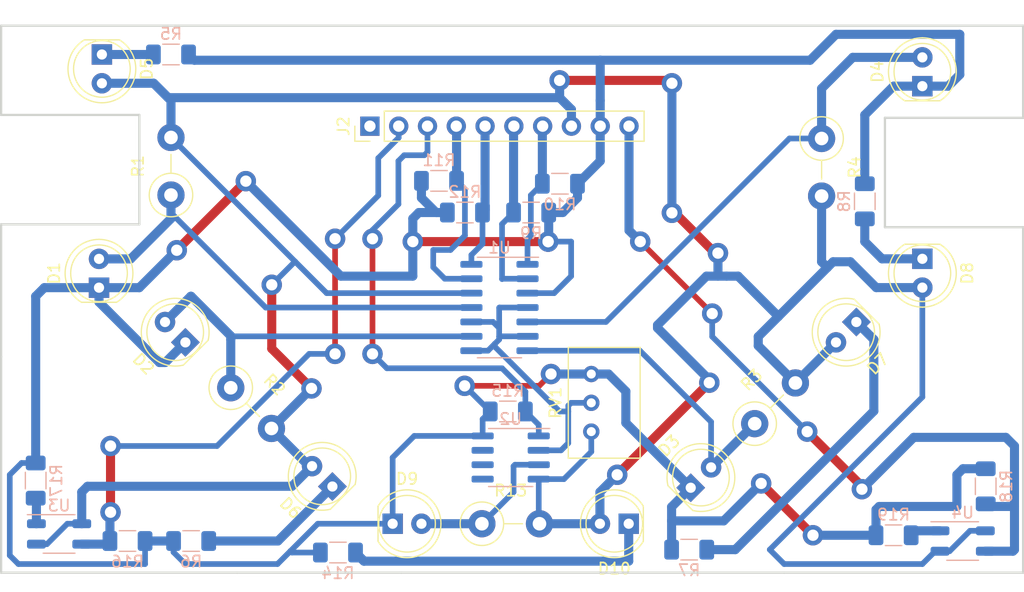
<source format=kicad_pcb>
(kicad_pcb (version 20221018) (generator pcbnew)
  (layers (0 "F.Cu" signal) (31 "B.Cu" signal) (34 "B.Paste" user) (35 "F.Paste" user) (36 "B.SilkS" user "B.Silkscreen") (37 "F.SilkS" user "F.Silkscreen") (38 "B.Mask" user) (39 "F.Mask" user) (44 "Edge.Cuts" user))
  (net 0 "")
  (net 1 "+5V")
  (net 2 "/D4")
  (net 3 "/D3")
  (net 4 "/D2")
  (net 5 "/D1")
  (net 6 "Net-(D5-K)")
  (net 7 "GND")
  (net 8 "Net-(D6-K)")
  (net 9 "Net-(D7-K)")
  (net 10 "Net-(D8-K)")
  (net 11 "/D5")
  (net 12 "Net-(D10-K)")
  (net 13 "/SIGNAL2")
  (net 14 "/SIGNAL1")
  (net 15 "Net-(J2-Pin_3)")
  (net 16 "Net-(J2-Pin_4)")
  (net 17 "Net-(J2-Pin_5)")
  (net 18 "Net-(J2-Pin_6)")
  (net 19 "Net-(J2-Pin_7)")
  (net 20 "Net-(U3-A)")
  (net 21 "Net-(U4-A)")
  (net 22 "Net-(U1A--)")
  (footprint "LED_THT:LED_D5.0mm" (layer "F.Cu") (at 157.48 30.48 90)
    (fp_text reference "D4" (at 1.27 -3.96 90) (layer "F.SilkS"))
    (fp_text value "IR RECEIVER")
    (pad "1" thru_hole rect (at 0 0 90) (size 1.8 1.8) (drill 0.9) (layers "*.Cu" "*.Mask") (net 1 "+5V"))
    (pad "2" thru_hole circle (at 2.54 0 90) (size 1.8 1.8) (drill 0.9) (layers "*.Cu" "*.Mask") (net 5 "/D1"))
  )
  (footprint "Resistor_THT:R_Axial_DIN0411_L9.9mm_D3.6mm_P5.08mm_Vertical" (layer "F.Cu") (at 118.618 69.088)
    (fp_text reference "R13" (at 2.54 -2.92) (layer "F.SilkS"))
    (fp_text value "10k")
    (pad "1" thru_hole circle (at 0 0) (size 2.4 2.4) (drill 1.2) (layers "*.Cu" "*.Mask") (net 11 "/D5"))
    (pad "2" thru_hole oval (at 5.08 0) (size 2.4 2.4) (drill 1.2) (layers "*.Cu" "*.Mask") (net 7 "GND"))
  )
  (footprint "LED_THT:LED_D5.0mm" (layer "F.Cu") (at 137.043489 65.91251 45)
    (fp_text reference "D3" (at 1.27 -3.96 45) (layer "F.SilkS"))
    (fp_text value "IR RECEIVER")
    (pad "1" thru_hole rect (at 0 0 45) (size 1.8 1.8) (drill 0.9) (layers "*.Cu" "*.Mask") (net 1 "+5V"))
    (pad "2" thru_hole circle (at 2.54 0 45) (size 1.8 1.8) (drill 0.9) (layers "*.Cu" "*.Mask") (net 4 "/D2"))
  )
  (footprint "LED_THT:LED_D5.0mm" (layer "F.Cu") (at 105.428051 65.804051 135)
    (fp_text reference "D6" (at 1.27 -3.96 135) (layer "F.SilkS"))
    (fp_text value "IR TRANSMITTER")
    (pad "1" thru_hole rect (at 0 0 135) (size 1.8 1.8) (drill 0.9) (layers "*.Cu" "*.Mask") (net 8 "Net-(D6-K)"))
    (pad "2" thru_hole circle (at 2.54 0 135) (size 1.8 1.8) (drill 0.9) (layers "*.Cu" "*.Mask") (net 7 "GND"))
  )
  (footprint "LED_THT:LED_D5.0mm" (layer "F.Cu") (at 84.836 48.26 90)
    (fp_text reference "D1" (at 1.27 -3.96 90) (layer "F.SilkS"))
    (fp_text value "IR RECEIVER")
    (pad "1" thru_hole rect (at 0 0 90) (size 1.8 1.8) (drill 0.9) (layers "*.Cu" "*.Mask") (net 1 "+5V"))
    (pad "2" thru_hole circle (at 2.54 0 90) (size 1.8 1.8) (drill 0.9) (layers "*.Cu" "*.Mask") (net 2 "/D4"))
  )
  (footprint "Resistor_THT:R_Axial_DIN0411_L9.9mm_D3.6mm_P5.08mm_Vertical" (layer "F.Cu") (at 142.688081 60.257919 45)
    (fp_text reference "R3" (at 2.54 -2.92 45) (layer "F.SilkS"))
    (fp_text value "10k")
    (pad "1" thru_hole circle (at 0 0 45) (size 2.4 2.4) (drill 1.2) (layers "*.Cu" "*.Mask") (net 4 "/D2"))
    (pad "2" thru_hole oval (at 5.08 0 45) (size 2.4 2.4) (drill 1.2) (layers "*.Cu" "*.Mask") (net 7 "GND"))
  )
  (footprint "LED_THT:LED_D5.0mm" (layer "F.Cu") (at 131.572 69.088 180)
    (fp_text reference "D10" (at 1.27 -3.96) (layer "F.SilkS"))
    (fp_text value "IR TRANSMITTER")
    (pad "1" thru_hole rect (at 0 0 180) (size 1.8 1.8) (drill 0.9) (layers "*.Cu" "*.Mask") (net 12 "Net-(D10-K)"))
    (pad "2" thru_hole circle (at 2.54 0 180) (size 1.8 1.8) (drill 0.9) (layers "*.Cu" "*.Mask") (net 7 "GND"))
  )
  (footprint "Connector_PinHeader_2.54mm:PinHeader_1x10_P2.54mm_Vertical" (layer "F.Cu") (at 108.738 34.01 90)
    (fp_text reference "J2" (at 0 -2.33 90) (layer "F.SilkS"))
    (fp_text value "Conn_01x10_Pin")
    (pad "1" thru_hole rect (at 0 0 90) (size 1.7 1.7) (drill 1) (layers "*.Cu" "*.Mask"))
    (pad "2" thru_hole oval (at 0 2.54 90) (size 1.7 1.7) (drill 1) (layers "*.Cu" "*.Mask") (net 14 "/SIGNAL1"))
    (pad "3" thru_hole oval (at 0 5.08 90) (size 1.7 1.7) (drill 1) (layers "*.Cu" "*.Mask") (net 15 "Net-(J2-Pin_3)"))
    (pad "4" thru_hole oval (at 0 7.62 90) (size 1.7 1.7) (drill 1) (layers "*.Cu" "*.Mask") (net 16 "Net-(J2-Pin_4)"))
    (pad "5" thru_hole oval (at 0 10.16 90) (size 1.7 1.7) (drill 1) (layers "*.Cu" "*.Mask") (net 17 "Net-(J2-Pin_5)"))
    (pad "6" thru_hole oval (at 0 12.7 90) (size 1.7 1.7) (drill 1) (layers "*.Cu" "*.Mask") (net 18 "Net-(J2-Pin_6)"))
    (pad "7" thru_hole oval (at 0 15.24 90) (size 1.7 1.7) (drill 1) (layers "*.Cu" "*.Mask") (net 19 "Net-(J2-Pin_7)"))
    (pad "8" thru_hole oval (at 0 17.78 90) (size 1.7 1.7) (drill 1) (layers "*.Cu" "*.Mask") (net 7 "GND"))
    (pad "9" thru_hole oval (at 0 20.32 90) (size 1.7 1.7) (drill 1) (layers "*.Cu" "*.Mask") (net 1 "+5V"))
    (pad "10" thru_hole oval (at 0 22.86 90) (size 1.7 1.7) (drill 1) (layers "*.Cu" "*.Mask") (net 13 "/SIGNAL2"))
  )
  (footprint "LED_THT:LED_D5.0mm" (layer "F.Cu") (at 157.48 45.715 -90)
    (fp_text reference "D8" (at 1.27 -3.96 90) (layer "F.SilkS"))
    (fp_text value "IR TRANSMITTER")
    (pad "1" thru_hole rect (at 0 0 270) (size 1.8 1.8) (drill 0.9) (layers "*.Cu" "*.Mask") (net 10 "Net-(D8-K)"))
    (pad "2" thru_hole circle (at 2.54 0 270) (size 1.8 1.8) (drill 0.9) (layers "*.Cu" "*.Mask") (net 7 "GND"))
  )
  (footprint "LED_THT:LED_D5.0mm" (layer "F.Cu") (at 151.656051 51.289949 -135)
    (fp_text reference "D7" (at 1.27 -3.96 45) (layer "F.SilkS"))
    (fp_text value "IR TRANSMITTER")
    (pad "1" thru_hole rect (at 0 0 225) (size 1.8 1.8) (drill 0.9) (layers "*.Cu" "*.Mask") (net 9 "Net-(D7-K)"))
    (pad "2" thru_hole circle (at 2.54 0 225) (size 1.8 1.8) (drill 0.9) (layers "*.Cu" "*.Mask") (net 7 "GND"))
  )
  (footprint "Resistor_THT:R_Axial_DIN0411_L9.9mm_D3.6mm_P5.08mm_Vertical" (layer "F.Cu") (at 148.59 35.098 -90)
    (fp_text reference "R4" (at 2.54 -2.92 90) (layer "F.SilkS"))
    (fp_text value "10k")
    (pad "1" thru_hole circle (at 0 0 270) (size 2.4 2.4) (drill 1.2) (layers "*.Cu" "*.Mask") (net 5 "/D1"))
    (pad "2" thru_hole oval (at 5.08 0 270) (size 2.4 2.4) (drill 1.2) (layers "*.Cu" "*.Mask") (net 7 "GND"))
  )
  (footprint "LED_THT:LED_D5.0mm" (layer "F.Cu") (at 85.09 27.686 -90)
    (fp_text reference "D5" (at 1.27 -3.96 90) (layer "F.SilkS"))
    (fp_text value "IR TRANSMITTER")
    (pad "1" thru_hole rect (at 0 0 270) (size 1.8 1.8) (drill 0.9) (layers "*.Cu" "*.Mask") (net 6 "Net-(D5-K)"))
    (pad "2" thru_hole circle (at 2.54 0 270) (size 1.8 1.8) (drill 0.9) (layers "*.Cu" "*.Mask") (net 7 "GND"))
  )
  (footprint "Potentiometer_THT:Potentiometer_Bourns_3299W_Vertical" (layer "F.Cu") (at 128.27 55.88 90)
    (fp_text reference "RV1" (at -2.54 -3.16 90) (layer "F.SilkS"))
    (fp_text value "R_Potentiometer")
    (pad "1" thru_hole circle (at 0 0 90) (size 1.44 1.44) (drill 0.8) (layers "*.Cu" "*.Mask") (net 1 "+5V"))
    (pad "2" thru_hole circle (at -2.54 0 90) (size 1.44 1.44) (drill 0.8) (layers "*.Cu" "*.Mask") (net 22 "Net-(U1A--)"))
    (pad "3" thru_hole circle (at -5.08 0 90) (size 1.44 1.44) (drill 0.8) (layers "*.Cu" "*.Mask") (net 7 "GND"))
  )
  (footprint "LED_THT:LED_D5.0mm" (layer "F.Cu") (at 110.744 69.088)
    (fp_text reference "D9" (at 1.27 -3.96) (layer "F.SilkS"))
    (fp_text value "IR RECEIVER")
    (pad "1" thru_hole rect (at 0 0) (size 1.8 1.8) (drill 0.9) (layers "*.Cu" "*.Mask") (net 1 "+5V"))
    (pad "2" thru_hole circle (at 2.54 0) (size 1.8 1.8) (drill 0.9) (layers "*.Cu" "*.Mask") (net 11 "/D5"))
  )
  (footprint "LED_THT:LED_D5.0mm" (layer "F.Cu") (at 92.456 53.086 135)
    (fp_text reference "D2" (at 1.27 -3.96 135) (layer "F.SilkS"))
    (fp_text value "IR RECEIVER")
    (pad "1" thru_hole rect (at 0 0 135) (size 1.8 1.8) (drill 0.9) (layers "*.Cu" "*.Mask") (net 1 "+5V"))
    (pad "2" thru_hole circle (at 2.54 0 135) (size 1.8 1.8) (drill 0.9) (layers "*.Cu" "*.Mask") (net 3 "/D3"))
  )
  (footprint "Resistor_THT:R_Axial_DIN0411_L9.9mm_D3.6mm_P5.08mm_Vertical" (layer "F.Cu") (at 96.460081 57.090081 -45)
    (fp_text reference "R2" (at 2.54 -2.92 135) (layer "F.SilkS"))
    (fp_text value "10k")
    (pad "1" thru_hole circle (at 0 0 315) (size 2.4 2.4) (drill 1.2) (layers "*.Cu" "*.Mask") (net 3 "/D3"))
    (pad "2" thru_hole oval (at 5.08 0 315) (size 2.4 2.4) (drill 1.2) (layers "*.Cu" "*.Mask") (net 7 "GND"))
  )
  (footprint "Resistor_THT:R_Axial_DIN0411_L9.9mm_D3.6mm_P5.08mm_Vertical" (layer "F.Cu") (at 91.186 40.086 90)
    (fp_text reference "R1" (at 2.54 -2.92 90) (layer "F.SilkS"))
    (fp_text value "10k")
    (pad "1" thru_hole circle (at 0 0 90) (size 2.4 2.4) (drill 1.2) (layers "*.Cu" "*.Mask") (net 2 "/D4"))
    (pad "2" thru_hole oval (at 5.08 0 90) (size 2.4 2.4) (drill 1.2) (layers "*.Cu" "*.Mask") (net 7 "GND"))
  )
  (footprint "Resistor_SMD:R_1206_3216Metric_Pad1.30x1.75mm_HandSolder" (layer "B.Cu") (at 125.502 39.09)
    (fp_text reference "R10" (at 0 1.82) (layer "B.SilkS") (effects (justify mirror)))
    (fp_text value "1k")
    (pad "1" smd roundrect (at -1.55 0) (size 1.3 1.75) (layers "B.Cu" "B.Paste" "B.Mask") (roundrect_rratio 0.192308) (net 19 "Net-(J2-Pin_7)"))
    (pad "2" smd roundrect (at 1.55 0) (size 1.3 1.75) (layers "B.Cu" "B.Paste" "B.Mask") (roundrect_rratio 0.192308) (net 1 "+5V"))
  )
  (footprint "OptoDevice:OnSemi_CASE100CY" (layer "B.Cu") (at 81.312 69.988 -90)
    (fp_text reference "U3" (at -2.5 0) (layer "B.SilkS") (effects (justify mirror)))
    (fp_text value "QRE1113GR")
    (pad "1" smd roundrect (at -0.9 2 270) (size 0.79 1.66) (layers "B.Cu" "B.Paste" "B.Mask") (net 20 "Net-(U3-A)"))
    (pad "2" smd roundrect (at -0.9 -2 270) (size 0.79 1.66) (layers "B.Cu" "B.Paste" "B.Mask") (net 7 "GND"))
    (pad "3" smd roundrect (at 0.9 -2 270) (size 0.79 1.66) (layers "B.Cu" "B.Paste" "B.Mask") (net 14 "/SIGNAL1"))
    (pad "4" smd roundrect (at 0.9 2 270) (size 0.79 1.66) (layers "B.Cu" "B.Paste" "B.Mask") (net 7 "GND"))
  )
  (footprint "OptoDevice:OnSemi_CASE100CY" (layer "B.Cu") (at 161.036 70.612 -90)
    (fp_text reference "U4" (at -2.5 0) (layer "B.SilkS") (effects (justify mirror)))
    (fp_text value "QRE1113GR")
    (pad "1" smd roundrect (at -0.9 2 270) (size 0.79 1.66) (layers "B.Cu" "B.Paste" "B.Mask") (net 21 "Net-(U4-A)"))
    (pad "2" smd roundrect (at -0.9 -2 270) (size 0.79 1.66) (layers "B.Cu" "B.Paste" "B.Mask") (net 7 "GND"))
    (pad "3" smd roundrect (at 0.9 -2 270) (size 0.79 1.66) (layers "B.Cu" "B.Paste" "B.Mask") (net 13 "/SIGNAL2"))
    (pad "4" smd roundrect (at 0.9 2 270) (size 0.79 1.66) (layers "B.Cu" "B.Paste" "B.Mask") (net 7 "GND"))
  )
  (footprint "Resistor_SMD:R_1206_3216Metric_Pad1.30x1.75mm_HandSolder" (layer "B.Cu") (at 154.94 70.104 180)
    (fp_text reference "R19" (at 0 1.82) (layer "B.SilkS") (effects (justify mirror)))
    (fp_text value "22")
    (pad "1" smd roundrect (at -1.55 0 180) (size 1.3 1.75) (layers "B.Cu" "B.Paste" "B.Mask") (roundrect_rratio 0.192308) (net 21 "Net-(U4-A)"))
    (pad "2" smd roundrect (at 1.55 0 180) (size 1.3 1.75) (layers "B.Cu" "B.Paste" "B.Mask") (roundrect_rratio 0.192308) (net 1 "+5V"))
  )
  (footprint "Package_SO:SOIC-8_3.9x4.9mm_P1.27mm" (layer "B.Cu") (at 121.158 63.246 180)
    (fp_text reference "U2" (at 0 3.4) (layer "B.SilkS") (effects (justify mirror)))
    (fp_text value "LM358")
    (pad "1" smd roundrect (at -2.475 1.905 180) (size 1.95 0.6) (layers "B.Cu" "B.Paste" "B.Mask") (net 15 "Net-(J2-Pin_3)"))
    (pad "2" smd roundrect (at -2.475 0.635 180) (size 1.95 0.6) (layers "B.Cu" "B.Paste" "B.Mask") (net 22 "Net-(U1A--)"))
    (pad "3" smd roundrect (at -2.475 -0.635 180) (size 1.95 0.6) (layers "B.Cu" "B.Paste" "B.Mask") (net 11 "/D5"))
    (pad "4" smd roundrect (at -2.475 -1.905 180) (size 1.95 0.6) (layers "B.Cu" "B.Paste" "B.Mask") (net 7 "GND"))
    (pad "5" smd roundrect (at 2.475 -1.905 180) (size 1.95 0.6) (layers "B.Cu" "B.Paste" "B.Mask"))
    (pad "6" smd roundrect (at 2.475 -0.635 180) (size 1.95 0.6) (layers "B.Cu" "B.Paste" "B.Mask"))
    (pad "7" smd roundrect (at 2.475 0.635 180) (size 1.95 0.6) (layers "B.Cu" "B.Paste" "B.Mask"))
    (pad "8" smd roundrect (at 2.475 1.905 180) (size 1.95 0.6) (layers "B.Cu" "B.Paste" "B.Mask") (net 1 "+5V"))
  )
  (footprint "Resistor_SMD:R_1206_3216Metric_Pad1.30x1.75mm_HandSolder" (layer "B.Cu") (at 117.12 41.63 180)
    (fp_text reference "R12" (at 0 1.82) (layer "B.SilkS") (effects (justify mirror)))
    (fp_text value "1k")
    (pad "1" smd roundrect (at -1.55 0 180) (size 1.3 1.75) (layers "B.Cu" "B.Paste" "B.Mask") (roundrect_rratio 0.192308) (net 17 "Net-(J2-Pin_5)"))
    (pad "2" smd roundrect (at 1.55 0 180) (size 1.3 1.75) (layers "B.Cu" "B.Paste" "B.Mask") (roundrect_rratio 0.192308) (net 1 "+5V"))
  )
  (footprint "Resistor_SMD:R_1206_3216Metric_Pad1.30x1.75mm_HandSolder" (layer "B.Cu") (at 87.35 70.612)
    (fp_text reference "R16" (at 0 1.82) (layer "B.SilkS") (effects (justify mirror)))
    (fp_text value "47K")
    (pad "1" smd roundrect (at -1.55 0) (size 1.3 1.75) (layers "B.Cu" "B.Paste" "B.Mask") (roundrect_rratio 0.192308) (net 14 "/SIGNAL1"))
    (pad "2" smd roundrect (at 1.55 0) (size 1.3 1.75) (layers "B.Cu" "B.Paste" "B.Mask") (roundrect_rratio 0.192308) (net 1 "+5V"))
  )
  (footprint "Resistor_SMD:R_1206_3216Metric_Pad1.30x1.75mm_HandSolder" (layer "B.Cu") (at 163.068 65.786 90)
    (fp_text reference "R18" (at 0 1.82 90) (layer "B.SilkS") (effects (justify mirror)))
    (fp_text value "47K")
    (pad "1" smd roundrect (at -1.55 0 90) (size 1.3 1.75) (layers "B.Cu" "B.Paste" "B.Mask") (roundrect_rratio 0.192308) (net 13 "/SIGNAL2"))
    (pad "2" smd roundrect (at 1.55 0 90) (size 1.3 1.75) (layers "B.Cu" "B.Paste" "B.Mask") (roundrect_rratio 0.192308) (net 1 "+5V"))
  )
  (footprint "Resistor_SMD:R_1206_3216Metric_Pad1.30x1.75mm_HandSolder" (layer "B.Cu") (at 152.4 40.64 -90)
    (fp_text reference "R8" (at 0 1.82 90) (layer "B.SilkS") (effects (justify mirror)))
    (fp_text value "100")
    (pad "1" smd roundrect (at -1.55 0 270) (size 1.3 1.75) (layers "B.Cu" "B.Paste" "B.Mask") (roundrect_rratio 0.192308) (net 1 "+5V"))
    (pad "2" smd roundrect (at 1.55 0 270) (size 1.3 1.75) (layers "B.Cu" "B.Paste" "B.Mask") (roundrect_rratio 0.192308) (net 10 "Net-(D8-K)"))
  )
  (footprint "Resistor_SMD:R_1206_3216Metric_Pad1.30x1.75mm_HandSolder" (layer "B.Cu") (at 91.186 27.686 180)
    (fp_text reference "R5" (at 0 1.82) (layer "B.SilkS") (effects (justify mirror)))
    (fp_text value "100")
    (pad "1" smd roundrect (at -1.55 0 180) (size 1.3 1.75) (layers "B.Cu" "B.Paste" "B.Mask") (roundrect_rratio 0.192308) (net 1 "+5V"))
    (pad "2" smd roundrect (at 1.55 0 180) (size 1.3 1.75) (layers "B.Cu" "B.Paste" "B.Mask") (roundrect_rratio 0.192308) (net 6 "Net-(D5-K)"))
  )
  (footprint "Resistor_SMD:R_1206_3216Metric_Pad1.30x1.75mm_HandSolder" (layer "B.Cu") (at 136.906 71.374)
    (fp_text reference "R7" (at 0 1.82) (layer "B.SilkS") (effects (justify mirror)))
    (fp_text value "100")
    (pad "1" smd roundrect (at -1.55 0) (size 1.3 1.75) (layers "B.Cu" "B.Paste" "B.Mask") (roundrect_rratio 0.192308) (net 1 "+5V"))
    (pad "2" smd roundrect (at 1.55 0) (size 1.3 1.75) (layers "B.Cu" "B.Paste" "B.Mask") (roundrect_rratio 0.192308) (net 9 "Net-(D7-K)"))
  )
  (footprint "Resistor_SMD:R_1206_3216Metric_Pad1.30x1.75mm_HandSolder" (layer "B.Cu") (at 105.918 71.628)
    (fp_text reference "R14" (at 0 1.82) (layer "B.SilkS") (effects (justify mirror)))
    (fp_text value "100")
    (pad "1" smd roundrect (at -1.55 0) (size 1.3 1.75) (layers "B.Cu" "B.Paste" "B.Mask") (roundrect_rratio 0.192308) (net 1 "+5V"))
    (pad "2" smd roundrect (at 1.55 0) (size 1.3 1.75) (layers "B.Cu" "B.Paste" "B.Mask") (roundrect_rratio 0.192308) (net 12 "Net-(D10-K)"))
  )
  (footprint "Resistor_SMD:R_1206_3216Metric_Pad1.30x1.75mm_HandSolder" (layer "B.Cu") (at 122.962 41.63)
    (fp_text reference "R9" (at 0 1.82) (layer "B.SilkS") (effects (justify mirror)))
    (fp_text value "1k")
    (pad "1" smd roundrect (at -1.55 0) (size 1.3 1.75) (layers "B.Cu" "B.Paste" "B.Mask") (roundrect_rratio 0.192308) (net 18 "Net-(J2-Pin_6)"))
    (pad "2" smd roundrect (at 1.55 0) (size 1.3 1.75) (layers "B.Cu" "B.Paste" "B.Mask") (roundrect_rratio 0.192308) (net 1 "+5V"))
  )
  (footprint "Resistor_SMD:R_1206_3216Metric_Pad1.30x1.75mm_HandSolder" (layer "B.Cu") (at 92.964 70.612)
    (fp_text reference "R6" (at 0 1.82) (layer "B.SilkS") (effects (justify mirror)))
    (fp_text value "100")
    (pad "1" smd roundrect (at -1.55 0) (size 1.3 1.75) (layers "B.Cu" "B.Paste" "B.Mask") (roundrect_rratio 0.192308) (net 1 "+5V"))
    (pad "2" smd roundrect (at 1.55 0) (size 1.3 1.75) (layers "B.Cu" "B.Paste" "B.Mask") (roundrect_rratio 0.192308) (net 8 "Net-(D6-K)"))
  )
  (footprint "Resistor_SMD:R_1206_3216Metric_Pad1.30x1.75mm_HandSolder" (layer "B.Cu") (at 120.904 59.182 180)
    (fp_text reference "R15" (at 0 1.82) (layer "B.SilkS") (effects (justify mirror)))
    (fp_text value "1k")
    (pad "1" smd roundrect (at -1.55 0 180) (size 1.3 1.75) (layers "B.Cu" "B.Paste" "B.Mask") (roundrect_rratio 0.192308) (net 15 "Net-(J2-Pin_3)"))
    (pad "2" smd roundrect (at 1.55 0 180) (size 1.3 1.75) (layers "B.Cu" "B.Paste" "B.Mask") (roundrect_rratio 0.192308) (net 1 "+5V"))
  )
  (footprint "Resistor_SMD:R_1206_3216Metric_Pad1.30x1.75mm_HandSolder" (layer "B.Cu") (at 79.248 65.278 90)
    (fp_text reference "R17" (at 0 1.82 90) (layer "B.SilkS") (effects (justify mirror)))
    (fp_text value "22")
    (pad "1" smd roundrect (at -1.55 0 90) (size 1.3 1.75) (layers "B.Cu" "B.Paste" "B.Mask") (roundrect_rratio 0.192308) (net 20 "Net-(U3-A)"))
    (pad "2" smd roundrect (at 1.55 0 90) (size 1.3 1.75) (layers "B.Cu" "B.Paste" "B.Mask") (roundrect_rratio 0.192308) (net 1 "+5V"))
  )
  (footprint "Resistor_SMD:R_1206_3216Metric_Pad1.30x1.75mm_HandSolder" (layer "B.Cu") (at 114.834 38.836 180)
    (fp_text reference "R11" (at 0 1.82) (layer "B.SilkS") (effects (justify mirror)))
    (fp_text value "1k")
    (pad "1" smd roundrect (at -1.55 0 180) (size 1.3 1.75) (layers "B.Cu" "B.Paste" "B.Mask") (roundrect_rratio 0.192308) (net 16 "Net-(J2-Pin_4)"))
    (pad "2" smd roundrect (at 1.55 0 180) (size 1.3 1.75) (layers "B.Cu" "B.Paste" "B.Mask") (roundrect_rratio 0.192308) (net 1 "+5V"))
  )
  (footprint "Package_SO:SO-14_3.9x8.65mm_P1.27mm" (layer "B.Cu") (at 120.168 50.012 180)
    (fp_text reference "U1" (at 0 5.28) (layer "B.SilkS") (effects (justify mirror)))
    (fp_text value "LM339")
    (pad "1" smd roundrect (at -2.475 3.81 180) (size 1.95 0.6) (layers "B.Cu" "B.Paste" "B.Mask") (net 19 "Net-(J2-Pin_7)"))
    (pad "2" smd roundrect (at -2.475 2.54 180) (size 1.95 0.6) (layers "B.Cu" "B.Paste" "B.Mask") (net 18 "Net-(J2-Pin_6)"))
    (pad "3" smd roundrect (at -2.475 1.27 180) (size 1.95 0.6) (layers "B.Cu" "B.Paste" "B.Mask") (net 1 "+5V"))
    (pad "4" smd roundrect (at -2.475 0 180) (size 1.95 0.6) (layers "B.Cu" "B.Paste" "B.Mask") (net 22 "Net-(U1A--)"))
    (pad "5" smd roundrect (at -2.475 -1.27 180) (size 1.95 0.6) (layers "B.Cu" "B.Paste" "B.Mask") (net 5 "/D1"))
    (pad "6" smd roundrect (at -2.475 -2.54 180) (size 1.95 0.6) (layers "B.Cu" "B.Paste" "B.Mask") (net 22 "Net-(U1A--)"))
    (pad "7" smd roundrect (at -2.475 -3.81 180) (size 1.95 0.6) (layers "B.Cu" "B.Paste" "B.Mask") (net 4 "/D2"))
    (pad "8" smd roundrect (at 2.475 -3.81 180) (size 1.95 0.6) (layers "B.Cu" "B.Paste" "B.Mask") (net 22 "Net-(U1A--)"))
    (pad "9" smd roundrect (at 2.475 -2.54 180) (size 1.95 0.6) (layers "B.Cu" "B.Paste" "B.Mask") (net 3 "/D3"))
    (pad "10" smd roundrect (at 2.475 -1.27 180) (size 1.95 0.6) (layers "B.Cu" "B.Paste" "B.Mask") (net 22 "Net-(U1A--)"))
    (pad "11" smd roundrect (at 2.475 0 180) (size 1.95 0.6) (layers "B.Cu" "B.Paste" "B.Mask") (net 2 "/D4"))
    (pad "12" smd roundrect (at 2.475 1.27 180) (size 1.95 0.6) (layers "B.Cu" "B.Paste" "B.Mask") (net 7 "GND"))
    (pad "13" smd roundrect (at 2.475 2.54 180) (size 1.95 0.6) (layers "B.Cu" "B.Paste" "B.Mask") (net 16 "Net-(J2-Pin_4)"))
    (pad "14" smd roundrect (at 2.475 3.81 180) (size 1.95 0.6) (layers "B.Cu" "B.Paste" "B.Mask") (net 17 "Net-(J2-Pin_5)"))
  )
  (gr_line (start 145.288 73.406) (end 130.048 73.406) (stroke (width 0.2)) (layer "Edge.Cuts"))
  (gr_line (start 76.2 33.02) (end 88.392 33.02) (stroke (width 0.2)) (layer "Edge.Cuts"))
  (gr_line (start 111.506 73.406) (end 97.028 73.406) (stroke (width 0.2)) (layer "Edge.Cuts"))
  (gr_line (start 88.392 33.02) (end 88.392 42.672) (stroke (width 0.2)) (layer "Edge.Cuts"))
  (gr_line (start 76.2 42.672) (end 76.2 54.356) (stroke (width 0.2)) (layer "Edge.Cuts"))
  (gr_line (start 88.392 42.672) (end 76.2 42.672) (stroke (width 0.2)) (layer "Edge.Cuts"))
  (gr_line (start 76.2 54.356) (end 76.2 73.406) (stroke (width 0.2)) (layer "Edge.Cuts"))
  (gr_line (start 76.2 25.146) (end 76.2 33.02) (stroke (width 0.2)) (layer "Edge.Cuts"))
  (gr_line (start 166.37 73.406) (end 145.288 73.406) (stroke (width 0.2)) (layer "Edge.Cuts"))
  (gr_line (start 166.37 55.372) (end 166.37 73.406) (stroke (width 0.2)) (layer "Edge.Cuts"))
  (gr_line (start 76.2 25.146) (end 166.37 25.146) (stroke (width 0.2)) (layer "Edge.Cuts"))
  (gr_line (start 130.048 73.406) (end 111.506 73.406) (stroke (width 0.2)) (layer "Edge.Cuts"))
  (gr_line (start 154.178 33.274) (end 166.37 33.274) (stroke (width 0.2)) (layer "Edge.Cuts"))
  (gr_line (start 154.178 42.926) (end 154.178 33.274) (stroke (width 0.2)) (layer "Edge.Cuts"))
  (gr_line (start 166.37 42.926) (end 154.178 42.926) (stroke (width 0.2)) (layer "Edge.Cuts"))
  (gr_line (start 166.37 42.926) (end 166.37 55.372) (stroke (width 0.2)) (layer "Edge.Cuts"))
  (gr_line (start 166.37 25.146) (end 166.37 33.274) (stroke (width 0.2)) (layer "Edge.Cuts"))
  (gr_line (start 97.028 73.406) (end 76.2 73.406) (stroke (width 0.2)) (layer "Edge.Cuts"))
  (segment (start 112.522 44.196) (end 124.46 44.196) (width 0.8) (layer "F.Cu") (net 1))
  (segment (start 117.094 56.922) (end 123.672 56.922) (width 0.5) (layer "F.Cu") (net 1))
  (segment (start 91.694 44.958) (end 97.79 38.862) (width 0.8) (layer "F.Cu") (net 1))
  (segment (start 143.256 65.532) (end 147.828 70.104) (width 0.8) (layer "F.Cu") (net 1))
  (segment (start 123.672 56.922) (end 124.714 55.88) (width 0.5) (layer "F.Cu") (net 1))
  (via (at 97.79 38.862) (size 1.8) (drill 1) (layers "F.Cu" "B.Cu") (net 1))
  (via (at 117.094 56.922) (size 1.8) (drill 1) (layers "F.Cu" "B.Cu") (net 1))
  (via (at 124.714 55.88) (size 1.8) (drill 1) (layers "F.Cu" "B.Cu") (net 1))
  (via (at 143.256 65.532) (size 1.8) (drill 1) (layers "F.Cu" "B.Cu") (net 1))
  (via (at 124.46 44.196) (size 1.8) (drill 1) (layers "F.Cu" "B.Cu") (net 1))
  (via (at 91.694 44.958) (size 1.8) (drill 1) (layers "F.Cu" "B.Cu") (net 1))
  (via (at 124.46 44.196) (size 1.8) (drill 1) (layers "F.Cu" "B.Cu") (net 1))
  (via (at 147.828 70.104) (size 1.8) (drill 1) (layers "F.Cu" "B.Cu") (net 1))
  (via (at 112.522 44.196) (size 1.8) (drill 1) (layers "F.Cu" "B.Cu") (net 1))
  (segment (start 129.058 34.01) (end 129.058 37.084) (width 0.8) (layer "B.Cu") (net 1))
  (segment (start 124.994 48.742) (end 126.492 47.244) (width 0.5) (layer "B.Cu") (net 1))
  (segment (start 152.4 33.02) (end 152.4 39.09) (width 0.8) (layer "B.Cu") (net 1))
  (segment (start 161.062 64.236) (end 163.068 64.236) (width 0.8) (layer "B.Cu") (net 1))
  (segment (start 91.414 71.602) (end 91.414 70.612) (width 0.5) (layer "B.Cu") (net 1))
  (segment (start 128.27 55.88) (end 124.714 55.88) (width 0.8) (layer "B.Cu") (net 1))
  (segment (start 160.782 25.908) (end 149.86 25.908) (width 0.8) (layer "B.Cu") (net 1))
  (segment (start 79.248 49.022) (end 79.248 63.728) (width 0.8) (layer "B.Cu") (net 1))
  (segment (start 135.356 68.834) (end 135.356 67.599999) (width 0.8) (layer "B.Cu") (net 1))
  (segment (start 135.356 67.599999) (end 137.043489 65.91251) (width 0.8) (layer "B.Cu") (net 1))
  (segment (start 113.284 40.334) (end 113.284 38.836) (width 0.8) (layer "B.Cu") (net 1))
  (segment (start 114.58 41.63) (end 113.284 40.334) (width 0.8) (layer "B.Cu") (net 1))
  (segment (start 124.512 44.144) (end 124.46 44.196) (width 0.8) (layer "B.Cu") (net 1))
  (segment (start 84.836 48.26) (end 80.01 48.26) (width 0.8) (layer "B.Cu") (net 1))
  (segment (start 118.683 59.853) (end 119.354 59.182) (width 0.5) (layer "B.Cu") (net 1))
  (segment (start 137.043489 65.91251) (end 131.318 60.187021) (width 0.8) (layer "B.Cu") (net 1))
  (segment (start 143.256 65.532) (end 139.954 68.834) (width 0.8) (layer "B.Cu") (net 1))
  (segment (start 147.574 28.194) (end 129.058 28.194) (width 0.8) (layer "B.Cu") (net 1))
  (segment (start 117.094 56.896) (end 117.094 56.922) (width 0.5) (layer "B.Cu") (net 1))
  (segment (start 124.512 41.63) (end 124.512 44.144) (width 0.8) (layer "B.Cu") (net 1))
  (segment (start 131.318 60.187021) (end 131.318 57.404) (width 0.8) (layer "B.Cu") (net 1))
  (segment (start 153.39 70.104) (end 153.39 67.844) (width 0.8) (layer "B.Cu") (net 1))
  (segment (start 112.522 44.196) (end 112.522 47.244) (width 0.8) (layer "B.Cu") (net 1))
  (segment (start 92.456 53.086) (end 90.678 54.864) (width 0.8) (layer "B.Cu") (net 1))
  (segment (start 127.052 40.334) (end 125.756 41.63) (width 0.8) (layer "B.Cu") (net 1))
  (segment (start 76.962 71.882) (end 76.962 64.77) (width 0.5) (layer "B.Cu") (net 1))
  (segment (start 129.058 31.75) (end 129.058 28.194) (width 0.8) (layer "B.Cu") (net 1))
  (segment (start 154.94 30.48) (end 152.4 33.02) (width 0.8) (layer "B.Cu") (net 1))
  (segment (start 76.962 64.77) (end 78.004 63.728) (width 0.5) (layer "B.Cu") (net 1))
  (segment (start 126.492 47.244) (end 126.492 44.196) (width 0.5) (layer "B.Cu") (net 1))
  (segment (start 112.522 43.434) (end 112.522 44.196) (width 0.8) (layer "B.Cu") (net 1))
  (segment (start 90.678 54.864) (end 90.17 54.864) (width 0.8) (layer "B.Cu") (net 1))
  (segment (start 113.056 41.63) (end 112.522 42.164) (width 0.8) (layer "B.Cu") (net 1))
  (segment (start 126.492 44.196) (end 124.46 44.196) (width 0.5) (layer "B.Cu") (net 1))
  (segment (start 91.414 70.612) (end 88.9 70.612) (width 0.8) (layer "B.Cu") (net 1))
  (segment (start 153.39 67.844) (end 153.67 67.564) (width 0.8) (layer "B.Cu") (net 1))
  (segment (start 122.643 48.742) (end 124.994 48.742) (width 0.5) (layer "B.Cu") (net 1))
  (segment (start 93.244 28.194) (end 92.736 27.686) (width 0.8) (layer "B.Cu") (net 1))
  (segment (start 131.318 57.404) (end 129.794 55.88) (width 0.8) (layer "B.Cu") (net 1))
  (segment (start 91.694 44.958) (end 88.392 48.26) (width 0.8) (layer "B.Cu") (net 1))
  (segment (start 157.48 30.48) (end 154.94 30.48) (width 0.8) (layer "B.Cu") (net 1))
  (segment (start 112.649 61.341) (end 110.744 63.246) (width 0.5) (layer "B.Cu") (net 1))
  (segment (start 115.57 41.63) (end 114.58 41.63) (width 0.8) (layer "B.Cu") (net 1))
  (segment (start 110.744 63.246) (end 110.744 69.088) (width 0.5) (layer "B.Cu") (net 1))
  (segment (start 160.782 29.464) (end 160.782 25.908) (width 0.8) (layer "B.Cu") (net 1))
  (segment (start 90.17 54.864) (end 84.836 49.53) (width 0.8) (layer "B.Cu") (net 1))
  (segment (start 118.683 61.341) (end 118.683 59.853) (width 0.5) (layer "B.Cu") (net 1))
  (segment (start 112.522 42.164) (end 112.522 43.434) (width 0.8) (layer "B.Cu") (net 1))
  (segment (start 80.01 48.26) (end 79.248 49.022) (width 0.8) (layer "B.Cu") (net 1))
  (segment (start 157.48 30.48) (end 159.766 30.48) (width 0.8) (layer "B.Cu") (net 1))
  (segment (start 129.058 28.194) (end 93.244 28.194) (width 0.8) (layer "B.Cu") (net 1))
  (segment (start 101.727 71.501) (end 100.584 72.644) (width 0.5) (layer "B.Cu") (net 1))
  (segment (start 119.354 59.182) (end 117.094 56.922) (width 0.5) (layer "B.Cu") (net 1))
  (segment (start 88.9 72.644) (end 77.724 72.644) (width 0.5) (layer "B.Cu") (net 1))
  (segment (start 147.828 70.104) (end 153.39 70.104) (width 0.8) (layer "B.Cu") (net 1))
  (segment (start 110.744 69.088) (end 104.14 69.088) (width 0.5) (layer "B.Cu") (net 1))
  (segment (start 78.004 63.728) (end 79.248 63.728) (width 0.5) (layer "B.Cu") (net 1))
  (segment (start 139.954 68.834) (end 135.356 68.834) (width 0.8) (layer "B.Cu") (net 1))
  (segment (start 129.058 31.75) (end 129.058 34.01) (width 0.8) (layer "B.Cu") (net 1))
  (segment (start 84.836 49.53) (end 84.836 48.26) (width 0.8) (layer "B.Cu") (net 1))
  (segment (start 104.368 71.628) (end 101.854 71.628) (width 0.5) (layer "B.Cu") (net 1))
  (segment (start 101.854 71.628) (end 101.727 71.501) (width 0.5) (layer "B.Cu") (net 1))
  (segment (start 160.528 67.564) (end 160.528 64.77) (width 0.8) (layer "B.Cu") (net 1))
  (segment (start 125.756 41.63) (end 124.512 41.63) (width 0.8) (layer "B.Cu") (net 1))
  (segment (start 88.9 70.612) (end 88.9 72.644) (width 0.5) (layer "B.Cu") (net 1))
  (segment (start 159.766 30.48) (end 160.782 29.464) (width 0.8) (layer "B.Cu") (net 1))
  (segment (start 104.14 69.088) (end 101.727 71.501) (width 0.5) (layer "B.Cu") (net 1))
  (segment (start 135.356 71.374) (end 135.356 68.834) (width 0.8) (layer "B.Cu") (net 1))
  (segment (start 115.57 41.63) (end 113.056 41.63) (width 0.8) (layer "B.Cu") (net 1))
  (segment (start 106.172 47.244) (end 97.79 38.862) (width 0.8) (layer "B.Cu") (net 1))
  (segment (start 129.794 55.88) (end 128.27 55.88) (width 0.8) (layer "B.Cu") (net 1))
  (segment (start 92.456 72.644) (end 91.414 71.602) (width 0.5) (layer "B.Cu") (net 1))
  (segment (start 149.86 25.908) (end 147.574 28.194) (width 0.8) (layer "B.Cu") (net 1))
  (segment (start 127.052 39.09) (end 127.052 40.334) (width 0.8) (layer "B.Cu") (net 1))
  (segment (start 77.724 72.644) (end 76.962 71.882) (width 0.5) (layer "B.Cu") (net 1))
  (segment (start 129.058 37.084) (end 127.052 39.09) (width 0.8) (layer "B.Cu") (net 1))
  (segment (start 88.392 48.26) (end 84.836 48.26) (width 0.8) (layer "B.Cu") (net 1))
  (segment (start 112.522 47.244) (end 106.172 47.244) (width 0.8) (layer "B.Cu") (net 1))
  (segment (start 100.584 72.644) (end 92.456 72.644) (width 0.5) (layer "B.Cu") (net 1))
  (segment (start 160.528 64.77) (end 161.062 64.236) (width 0.8) (layer "B.Cu") (net 1))
  (segment (start 118.683 61.341) (end 112.649 61.341) (width 0.5) (layer "B.Cu") (net 1))
  (segment (start 153.67 67.564) (end 160.528 67.564) (width 0.8) (layer "B.Cu") (net 1))
  (segment (start 91.186 42.164) (end 91.186 40.086) (width 0.8) (layer "B.Cu") (net 2))
  (segment (start 87.63 45.72) (end 91.186 42.164) (width 0.8) (layer "B.Cu") (net 2))
  (segment (start 84.836 45.72) (end 87.63 45.72) (width 0.8) (layer "B.Cu") (net 2))
  (segment (start 99.542 50.012) (end 91.44 41.91) (width 0.5) (layer "B.Cu") (net 2))
  (segment (start 91.44 41.91) (end 91.186 42.164) (width 0.5) (layer "B.Cu") (net 2))
  (segment (start 117.693 50.012) (end 99.542 50.012) (width 0.5) (layer "B.Cu") (net 2))
  (segment (start 92.964 49.022) (end 96.460081 52.518081) (width 0.8) (layer "B.Cu") (net 3))
  (segment (start 92.927898 49.022) (end 92.964 49.022) (width 0.8) (layer "B.Cu") (net 3))
  (segment (start 96.740081 52.552) (end 96.460081 52.832) (width 0.5) (layer "B.Cu") (net 3))
  (segment (start 90.659949 51.289949) (end 92.927898 49.022) (width 0.8) (layer "B.Cu") (net 3))
  (segment (start 96.460081 52.518081) (end 96.460081 52.832) (width 0.8) (layer "B.Cu") (net 3))
  (segment (start 96.460081 52.832) (end 96.460081 57.090081) (width 0.8) (layer "B.Cu") (net 3))
  (segment (start 117.693 52.552) (end 96.740081 52.552) (width 0.5) (layer "B.Cu") (net 3))
  (segment (start 142.688081 60.257919) (end 142.688081 60.267918) (width 0.8) (layer "B.Cu") (net 4))
  (segment (start 142.688081 60.267918) (end 138.83954 64.116459) (width 0.8) (layer "B.Cu") (net 4))
  (segment (start 132.562 53.822) (end 138.83954 60.09954) (width 0.5) (layer "B.Cu") (net 4))
  (segment (start 122.643 53.822) (end 132.562 53.822) (width 0.5) (layer "B.Cu") (net 4))
  (segment (start 138.83954 60.09954) (end 138.83954 64.116459) (width 0.5) (layer "B.Cu") (net 4))
  (segment (start 145.75 35.098) (end 148.59 35.098) (width 0.5) (layer "B.Cu") (net 5))
  (segment (start 151.338 27.94) (end 157.48 27.94) (width 0.8) (layer "B.Cu") (net 5))
  (segment (start 129.566 51.282) (end 145.75 35.098) (width 0.5) (layer "B.Cu") (net 5))
  (segment (start 122.643 51.282) (end 129.566 51.282) (width 0.5) (layer "B.Cu") (net 5))
  (segment (start 148.59 35.098) (end 148.798 34.89) (width 0.5) (layer "B.Cu") (net 5))
  (segment (start 148.59 35.098) (end 148.59 30.688) (width 0.8) (layer "B.Cu") (net 5))
  (segment (start 148.59 30.688) (end 151.338 27.94) (width 0.8) (layer "B.Cu") (net 5))
  (segment (start 85.09 27.686) (end 89.636 27.686) (width 0.8) (layer "B.Cu") (net 6))
  (segment (start 135.128 29.972) (end 125.476 29.972) (width 0.8) (layer "F.Cu") (net 7))
  (segment (start 139.192 45.212) (end 135.636 41.656) (width 0.8) (layer "F.Cu") (net 7))
  (segment (start 130.556 64.77) (end 138.684 56.642) (width 0.8) (layer "F.Cu") (net 7))
  (segment (start 100.076 53.641634) (end 100.076 48.006) (width 0.8) (layer "F.Cu") (net 7))
  (segment (start 103.584366 57.15) (end 100.076 53.641634) (width 0.8) (layer "F.Cu") (net 7))
  (segment (start 139.446 45.212) (end 139.192 45.212) (width 0.8) (layer "F.Cu") (net 7))
  (segment (start 135.636 41.656) (end 135.382 41.656) (width 0.8) (layer "F.Cu") (net 7))
  (segment (start 135.382 30.226) (end 135.128 29.972) (width 0.8) (layer "F.Cu") (net 7))
  (via (at 139.446 45.212) (size 1.8) (drill 1) (layers "F.Cu" "B.Cu") (net 7))
  (via (at 130.556 64.77) (size 1.8) (drill 1) (layers "F.Cu" "B.Cu") (net 7))
  (via (at 135.382 41.656) (size 1.8) (drill 1) (layers "F.Cu" "B.Cu") (net 7))
  (via (at 103.584366 57.15) (size 1.8) (drill 1) (layers "F.Cu" "B.Cu") (net 7))
  (via (at 135.382 30.226) (size 1.8) (drill 1) (layers "F.Cu" "B.Cu") (net 7))
  (via (at 138.684 56.642) (size 1.8) (drill 1) (layers "F.Cu" "B.Cu") (net 7))
  (via (at 100.076 48.006) (size 1.8) (drill 1) (layers "F.Cu" "B.Cu") (net 7))
  (via (at 125.476 29.972) (size 1.8) (drill 1) (layers "F.Cu" "B.Cu") (net 7))
  (segment (start 138.684 56.642) (end 138.684 56.388) (width 0.8) (layer "B.Cu") (net 7))
  (segment (start 158.612 71.512) (end 157.48 72.644) (width 0.5) (layer "B.Cu") (net 7))
  (segment (start 125.476 31.496) (end 125.476 29.972) (width 0.8) (layer "B.Cu") (net 7))
  (segment (start 128.27 62.738) (end 128.27 60.96) (width 0.5) (layer "B.Cu") (net 7))
  (segment (start 149.098 46.482) (end 148.59 45.974) (width 0.8) (layer "B.Cu") (net 7))
  (segment (start 129.032 69.088) (end 129.032 66.294) (width 0.8) (layer "B.Cu") (net 7))
  (segment (start 103.378 64.008) (end 100.052183 60.682183) (width 0.8) (layer "B.Cu") (net 7))
  (segment (start 146.280183 56.665817) (end 149.86 53.086) (width 0.8) (layer "B.Cu") (net 7))
  (segment (start 83.312 66.294) (end 83.312 69.088) (width 0.8) (layer "B.Cu") (net 7))
  (segment (start 103.632 57.15) (end 103.584366 57.15) (width 0.8) (layer "B.Cu") (net 7))
  (segment (start 140.208 47.244) (end 141.224 47.244) (width 0.8) (layer "B.Cu") (net 7))
  (segment (start 149.606 45.974) (end 151.13 45.974) (width 0.8) (layer "B.Cu") (net 7))
  (segment (start 144.018 71.374) (end 157.48 57.912) (width 0.5) (layer "B.Cu") (net 7))
  (segment (start 135.382 30.226) (end 135.382 41.656) (width 0.8) (layer "B.Cu") (net 7))
  (segment (start 157.48 72.644) (end 145.288 72.644) (width 0.5) (layer "B.Cu") (net 7))
  (segment (start 141.224 47.244) (end 144.78 50.8) (width 0.8) (layer "B.Cu") (net 7))
  (segment (start 100.052183 60.682183) (end 103.584366 57.15) (width 0.8) (layer "B.Cu") (net 7))
  (segment (start 103.632 64.008) (end 101.854 65.786) (width 0.8) (layer "B.Cu") (net 7))
  (segment (start 138.684 56.388) (end 134.112 51.816) (width 0.8) (layer "B.Cu") (net 7))
  (segment (start 82.042 69.088) (end 83.312 69.088) (width 0.5) (layer "B.Cu") (net 7))
  (segment (start 139.446 45.212) (end 139.446 47.244) (width 0.8) (layer "B.Cu") (net 7))
  (segment (start 91.186 31.75) (end 89.662 30.226) (width 0.8) (layer "B.Cu") (net 7))
  (segment (start 145.288 72.644) (end 144.018 71.374) (width 0.5) (layer "B.Cu") (net 7))
  (segment (start 104.922 48.742) (end 102.131 45.951) (width 0.5) (layer "B.Cu") (net 7))
  (segment (start 159.036 71.512) (end 159.882 71.512) (width 0.5) (layer "B.Cu") (net 7))
  (segment (start 79.312 70.888) (end 80.242 70.888) (width 0.5) (layer "B.Cu") (net 7))
  (segment (start 144.78 50.8) (end 149.098 46.482) (width 0.8) (layer "B.Cu") (net 7))
  (segment (start 126.518 34.01) (end 126.518 32.538) (width 0.8) (layer "B.Cu") (net 7))
  (segment (start 102.131 45.951) (end 91.186 35.006) (width 0.5) (layer "B.Cu") (net 7))
  (segment (start 101.854 65.786) (end 83.82 65.786) (width 0.8) (layer "B.Cu") (net 7))
  (segment (start 138.43 47.244) (end 140.208 47.244) (width 0.8) (layer "B.Cu") (net 7))
  (segment (start 89.662 30.226) (end 85.09 30.226) (width 0.8) (layer "B.Cu") (net 7))
  (segment (start 125.476 31.496) (end 90.932 31.496) (width 0.8) (layer "B.Cu") (net 7))
  (segment (start 123.633 65.151) (end 123.633 69.023) (width 0.5) (layer "B.Cu") (net 7))
  (segment (start 83.82 65.786) (end 83.312 66.294) (width 0.8) (layer "B.Cu") (net 7))
  (segment (start 161.682 69.712) (end 163.036 69.712) (width 0.5) (layer "B.Cu") (net 7))
  (segment (start 159.036 71.512) (end 158.612 71.512) (width 0.5) (layer "B.Cu") (net 7))
  (segment (start 123.698 69.088) (end 129.032 69.088) (width 0.8) (layer "B.Cu") (net 7))
  (segment (start 146.280183 56.665817) (end 143.002 53.387634) (width 0.8) (layer "B.Cu") (net 7))
  (segment (start 143.002 52.578) (end 144.78 50.8) (width 0.8) (layer "B.Cu") (net 7))
  (segment (start 123.633 65.151) (end 125.857 65.151) (width 0.5) (layer "B.Cu") (net 7))
  (segment (start 143.002 53.387634) (end 143.002 52.578) (width 0.8) (layer "B.Cu") (net 7))
  (segment (start 149.098 46.482) (end 149.606 45.974) (width 0.8) (layer "B.Cu") (net 7))
  (segment (start 117.693 48.742) (end 104.922 48.742) (width 0.5) (layer "B.Cu") (net 7))
  (segment (start 91.186 35.006) (end 91.186 31.75) (width 0.8) (layer "B.Cu") (net 7))
  (segment (start 159.882 71.512) (end 161.682 69.712) (width 0.5) (layer "B.Cu") (net 7))
  (segment (start 134.112 51.816) (end 134.112 51.562) (width 0.8) (layer "B.Cu") (net 7))
  (segment (start 157.48 57.912) (end 157.48 48.255) (width 0.5) (layer "B.Cu") (net 7))
  (segment (start 102.131 45.951) (end 100.076 48.006) (width 0.5) (layer "B.Cu") (net 7))
  (segment (start 126.518 32.538) (end 125.476 31.496) (width 0.8) (layer "B.Cu") (net 7))
  (segment (start 134.112 51.562) (end 138.43 47.244) (width 0.8) (layer "B.Cu") (net 7))
  (segment (start 129.032 66.294) (end 130.556 64.77) (width 0.8) (layer "B.Cu") (net 7))
  (segment (start 123.633 69.023) (end 123.698 69.088) (width 0.5) (layer "B.Cu") (net 7))
  (segment (start 103.632 64.008) (end 103.378 64.008) (width 0.8) (layer "B.Cu") (net 7))
  (segment (start 153.411 48.255) (end 157.48 48.255) (width 0.8) (layer "B.Cu") (net 7))
  (segment (start 90.932 31.496) (end 89.662 30.226) (width 0.8) (layer "B.Cu") (net 7))
  (segment (start 80.242 70.888) (end 82.042 69.088) (width 0.5) (layer "B.Cu") (net 7))
  (segment (start 125.857 65.151) (end 128.27 62.738) (width 0.5) (layer "B.Cu") (net 7))
  (segment (start 148.59 45.974) (end 148.59 40.178) (width 0.8) (layer "B.Cu") (net 7))
  (segment (start 151.13 45.974) (end 153.411 48.255) (width 0.8) (layer "B.Cu") (net 7))
  (segment (start 94.514 70.612) (end 100.620102 70.612) (width 0.8) (layer "B.Cu") (net 8))
  (segment (start 100.620102 70.612) (end 105.428051 65.804051) (width 0.8) (layer "B.Cu") (net 8))
  (segment (start 140.97 71.374) (end 153.198102 59.145898) (width 0.8) (layer "B.Cu") (net 9))
  (segment (start 153.198102 59.145898) (end 153.198102 52.832) (width 0.8) (layer "B.Cu") (net 9))
  (segment (start 138.456 71.374) (end 140.97 71.374) (width 0.8) (layer "B.Cu") (net 9))
  (segment (start 153.198102 52.832) (end 151.656051 51.289949) (width 0.8) (layer "B.Cu") (net 9))
  (segment (start 157.48 45.715) (end 153.919 45.715) (width 0.8) (layer "B.Cu") (net 10))
  (segment (start 152.4 44.196) (end 152.4 42.19) (width 0.8) (layer "B.Cu") (net 10))
  (segment (start 153.919 45.715) (end 152.4 44.196) (width 0.8) (layer "B.Cu") (net 10))
  (segment (start 113.284 69.088) (end 118.618 69.088) (width 0.8) (layer "B.Cu") (net 11))
  (segment (start 123.633 63.881) (end 121.539 63.881) (width 0.5) (layer "B.Cu") (net 11))
  (segment (start 121.412 66.294) (end 118.618 69.088) (width 0.5) (layer "B.Cu") (net 11))
  (segment (start 121.412 64.008) (end 121.412 66.294) (width 0.5) (layer "B.Cu") (net 11))
  (segment (start 121.539 63.881) (end 121.412 64.008) (width 0.5) (layer "B.Cu") (net 11))
  (segment (start 107.468 71.628) (end 107.468 71.654) (width 0.8) (layer "B.Cu") (net 12))
  (segment (start 131.572 69.088) (end 131.572 72.39) (width 0.8) (layer "B.Cu") (net 12))
  (segment (start 107.468 71.654) (end 108.204 72.39) (width 0.8) (layer "B.Cu") (net 12))
  (segment (start 131.572 72.39) (end 108.23 72.39) (width 0.8) (layer "B.Cu") (net 12))
  (segment (start 108.23 72.39) (end 107.468 71.628) (width 0.8) (layer "B.Cu") (net 12))
  (segment (start 152.146 65.786) (end 147.32 60.96) (width 0.8) (layer "F.Cu") (net 13))
  (segment (start 138.938 50.546) (end 132.588 44.196) (width 0.5) (layer "F.Cu") (net 13))
  (segment (start 152.146 66.04) (end 152.146 65.786) (width 0.8) (layer "F.Cu") (net 13))
  (via (at 138.938 50.546) (size 1.8) (drill 1) (layers "F.Cu" "B.Cu") (net 13))
  (via (at 132.588 44.196) (size 1.8) (drill 1) (layers "F.Cu" "B.Cu") (net 13))
  (via (at 152.146 66.04) (size 1.8) (drill 1) (layers "F.Cu" "B.Cu") (net 13))
  (via (at 147.32 60.96) (size 1.8) (drill 1) (layers "F.Cu" "B.Cu") (net 13))
  (segment (start 165.608 62.23) (end 164.846 61.468) (width 0.8) (layer "B.Cu") (net 13))
  (segment (start 165.608 71.374) (end 165.608 67.564) (width 0.8) (layer "B.Cu") (net 13))
  (segment (start 165.608 67.564) (end 163.296 67.564) (width 0.8) (layer "B.Cu") (net 13))
  (segment (start 163.296 67.564) (end 163.068 67.336) (width 0.8) (layer "B.Cu") (net 13))
  (segment (start 138.938 52.578) (end 138.938 50.546) (width 0.5) (layer "B.Cu") (net 13))
  (segment (start 131.598 43.206) (end 132.588 44.196) (width 0.8) (layer "B.Cu") (net 13))
  (segment (start 164.846 61.468) (end 156.718 61.468) (width 0.8) (layer "B.Cu") (net 13))
  (segment (start 165.608 67.564) (end 165.608 62.23) (width 0.8) (layer "B.Cu") (net 13))
  (segment (start 165.47 71.512) (end 165.608 71.374) (width 0.8) (layer "B.Cu") (net 13))
  (segment (start 147.32 60.96) (end 138.938 52.578) (width 0.5) (layer "B.Cu") (net 13))
  (segment (start 131.598 34.01) (end 131.598 43.206) (width 0.8) (layer "B.Cu") (net 13))
  (segment (start 163.036 71.512) (end 165.47 71.512) (width 0.8) (layer "B.Cu") (net 13))
  (segment (start 156.718 61.468) (end 152.146 66.04) (width 0.8) (layer "B.Cu") (net 13))
  (segment (start 85.852 68.072) (end 85.852 62.23) (width 0.8) (layer "F.Cu") (net 14))
  (segment (start 105.664 54.102) (end 105.664 43.942) (width 0.5) (layer "F.Cu") (net 14))
  (via (at 85.852 68.072) (size 1.8) (drill 1) (layers "F.Cu" "B.Cu") (net 14))
  (via (at 105.664 43.942) (size 1.8) (drill 1) (layers "F.Cu" "B.Cu") (net 14))
  (via (at 105.664 54.102) (size 1.8) (drill 1) (layers "F.Cu" "B.Cu") (net 14))
  (via (at 85.852 62.23) (size 1.8) (drill 1) (layers "F.Cu" "B.Cu") (net 14))
  (segment (start 105.664 43.942) (end 109.474 40.132) (width 0.5) (layer "B.Cu") (net 14))
  (segment (start 85.8 68.124) (end 85.852 68.072) (width 0.8) (layer "B.Cu") (net 14))
  (segment (start 85.8 70.612) (end 85.8 68.124) (width 0.8) (layer "B.Cu") (net 14))
  (segment (start 85.524 70.888) (end 85.8 70.612) (width 0.8) (layer "B.Cu") (net 14))
  (segment (start 105.664 54.102) (end 103.378 54.102) (width 0.5) (layer "B.Cu") (net 14))
  (segment (start 111.278 35.026) (end 111.278 34.01) (width 0.5) (layer "B.Cu") (net 14))
  (segment (start 109.474 36.83) (end 111.278 35.026) (width 0.5) (layer "B.Cu") (net 14))
  (segment (start 103.378 54.102) (end 95.25 62.23) (width 0.5) (layer "B.Cu") (net 14))
  (segment (start 95.25 62.23) (end 85.852 62.23) (width 0.5) (layer "B.Cu") (net 14))
  (segment (start 109.474 40.132) (end 109.474 36.83) (width 0.5) (layer "B.Cu") (net 14))
  (segment (start 83.312 70.888) (end 85.524 70.888) (width 0.8) (layer "B.Cu") (net 14))
  (segment (start 108.966 43.942) (end 108.966 54.102) (width 0.5) (layer "F.Cu") (net 15))
  (via (at 108.966 54.102) (size 1.8) (drill 1) (layers "F.Cu" "B.Cu") (net 15))
  (via (at 108.966 43.942) (size 1.8) (drill 1) (layers "F.Cu" "B.Cu") (net 15))
  (segment (start 113.538 36.576) (end 113.818 36.296) (width 0.5) (layer "B.Cu") (net 15))
  (segment (start 120.396 55.372) (end 122.454 57.43) (width 0.5) (layer "B.Cu") (net 15))
  (segment (start 123.633 60.361) (end 122.454 59.182) (width 0.5) (layer "B.Cu") (net 15))
  (segment (start 113.818 36.296) (end 113.818 34.01) (width 0.5) (layer "B.Cu") (net 15))
  (segment (start 111.252 37.084) (end 111.76 36.576) (width 0.5) (layer "B.Cu") (net 15))
  (segment (start 122.454 57.43) (end 122.454 59.182) (width 0.5) (layer "B.Cu") (net 15))
  (segment (start 108.966 43.18) (end 111.252 40.894) (width 0.5) (layer "B.Cu") (net 15))
  (segment (start 108.966 54.102) (end 110.236 55.372) (width 0.5) (layer "B.Cu") (net 15))
  (segment (start 123.633 61.341) (end 123.633 60.361) (width 0.5) (layer "B.Cu") (net 15))
  (segment (start 111.76 36.576) (end 113.538 36.576) (width 0.5) (layer "B.Cu") (net 15))
  (segment (start 110.236 55.372) (end 120.396 55.372) (width 0.5) (layer "B.Cu") (net 15))
  (segment (start 108.966 43.942) (end 108.966 43.18) (width 0.5) (layer "B.Cu") (net 15))
  (segment (start 111.252 40.894) (end 111.252 37.084) (width 0.5) (layer "B.Cu") (net 15))
  (segment (start 114.326 44.932) (end 115.85 44.932) (width 0.5) (layer "B.Cu") (net 16))
  (segment (start 117.693 47.472) (end 115.342 47.472) (width 0.5) (layer "B.Cu") (net 16))
  (segment (start 116.384 34.036) (end 116.358 34.01) (width 0.8) (layer "B.Cu") (net 16))
  (segment (start 115.342 47.472) (end 114.326 46.456) (width 0.5) (layer "B.Cu") (net 16))
  (segment (start 117.12 39.572) (end 116.384 38.836) (width 0.5) (layer "B.Cu") (net 16))
  (segment (start 116.384 38.836) (end 116.384 34.036) (width 0.8) (layer "B.Cu") (net 16))
  (segment (start 114.326 46.456) (end 114.326 44.932) (width 0.5) (layer "B.Cu") (net 16))
  (segment (start 115.85 44.932) (end 117.12 43.662) (width 0.5) (layer "B.Cu") (net 16))
  (segment (start 117.12 43.662) (end 117.12 39.572) (width 0.5) (layer "B.Cu") (net 16))
  (segment (start 117.693 46.202) (end 117.693 45.375) (width 0.5) (layer "B.Cu") (net 17))
  (segment (start 118.898 34.01) (end 118.898 41.402) (width 0.8) (layer "B.Cu") (net 17))
  (segment (start 118.67 44.398) (end 118.67 41.63) (width 0.5) (layer "B.Cu") (net 17))
  (segment (start 118.898 41.402) (end 118.67 41.63) (width 0.8) (layer "B.Cu") (net 17))
  (segment (start 117.693 45.375) (end 118.67 44.398) (width 0.5) (layer "B.Cu") (net 17))
  (segment (start 121.412 41.63) (end 121.412 34.036) (width 0.8) (layer "B.Cu") (net 18))
  (segment (start 120.396 42.646) (end 121.412 41.63) (width 0.5) (layer "B.Cu") (net 18))
  (segment (start 120.422 47.472) (end 120.396 47.498) (width 0.5) (layer "B.Cu") (net 18))
  (segment (start 122.643 47.472) (end 120.422 47.472) (width 0.5) (layer "B.Cu") (net 18))
  (segment (start 120.396 47.498) (end 120.396 42.646) (width 0.5) (layer "B.Cu") (net 18))
  (segment (start 121.412 34.036) (end 121.438 34.01) (width 0.8) (layer "B.Cu") (net 18))
  (segment (start 122.643 46.202) (end 122.643 43.981) (width 0.5) (layer "B.Cu") (net 19))
  (segment (start 122.643 43.981) (end 122.936 43.688) (width 0.5) (layer "B.Cu") (net 19))
  (segment (start 122.936 43.688) (end 122.936 40.106) (width 0.5) (layer "B.Cu") (net 19))
  (segment (start 122.936 40.106) (end 123.952 39.09) (width 0.5) (layer "B.Cu") (net 19))
  (segment (start 123.952 39.09) (end 123.952 34.036) (width 0.8) (layer "B.Cu") (net 19))
  (segment (start 123.952 34.036) (end 123.978 34.01) (width 0.8) (layer "B.Cu") (net 19))
  (segment (start 79.312 66.892) (end 79.248 66.828) (width 0.8) (layer "B.Cu") (net 20))
  (segment (start 79.312 69.088) (end 79.312 66.892) (width 0.8) (layer "B.Cu") (net 20))
  (segment (start 159.036 69.712) (end 156.882 69.712) (width 0.8) (layer "B.Cu") (net 21))
  (segment (start 156.882 69.712) (end 156.49 70.104) (width 0.8) (layer "B.Cu") (net 21))
  (segment (start 120.168 50.012) (end 120.142 50.038) (width 0.5) (layer "B.Cu") (net 22))
  (segment (start 126.238 61.976) (end 126.238 59.182) (width 0.5) (layer "B.Cu") (net 22))
  (segment (start 119.761 53.213) (end 119.761 53.467) (width 0.5) (layer "B.Cu") (net 22))
  (segment (start 120.142 50.038) (end 120.142 51.816) (width 0.5) (layer "B.Cu") (net 22))
  (segment (start 125.476 59.182) (end 126.238 59.182) (width 0.5) (layer "B.Cu") (net 22))
  (segment (start 119.761 53.467) (end 125.476 59.182) (width 0.5) (layer "B.Cu") (net 22))
  (segment (start 117.693 51.282) (end 119.608 51.282) (width 0.5) (layer "B.Cu") (net 22))
  (segment (start 123.633 62.611) (end 125.603 62.611) (width 0.5) (layer "B.Cu") (net 22))
  (segment (start 119.761 53.213) (end 119.152 53.822) (width 0.5) (layer "B.Cu") (net 22))
  (segment (start 125.603 62.611) (end 126.238 61.976) (width 0.5) (layer "B.Cu") (net 22))
  (segment (start 122.643 52.552) (end 120.168 52.552) (width 0.5) (layer "B.Cu") (net 22))
  (segment (start 120.142 52.578) (end 120.142 52.832) (width 0.5) (layer "B.Cu") (net 22))
  (segment (start 126.492 58.42) (end 128.27 58.42) (width 0.5) (layer "B.Cu") (net 22))
  (segment (start 120.142 52.832) (end 119.761 53.213) (width 0.5) (layer "B.Cu") (net 22))
  (segment (start 119.608 51.282) (end 120.142 51.816) (width 0.5) (layer "B.Cu") (net 22))
  (segment (start 120.142 51.816) (end 120.142 52.578) (width 0.5) (layer "B.Cu") (net 22))
  (segment (start 119.152 53.822) (end 117.693 53.822) (width 0.5) (layer "B.Cu") (net 22))
  (segment (start 126.238 58.674) (end 126.492 58.42) (width 0.5) (layer "B.Cu") (net 22))
  (segment (start 122.643 50.012) (end 120.168 50.012) (width 0.5) (layer "B.Cu") (net 22))
  (segment (start 126.238 59.182) (end 126.238 58.674) (width 0.5) (layer "B.Cu") (net 22))
  (segment (start 120.168 52.552) (end 120.142 52.578) (width 0.5) (layer "B.Cu") (net 22))
)
</source>
